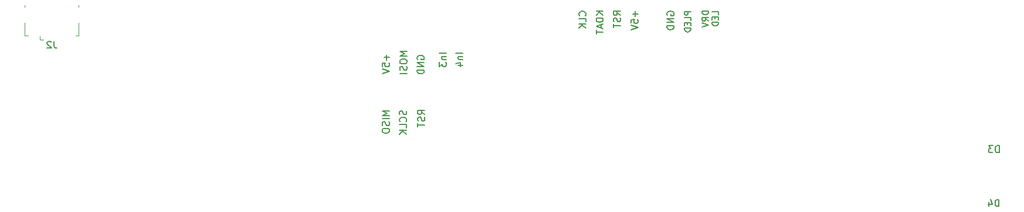
<source format=gbo>
%TF.GenerationSoftware,KiCad,Pcbnew,7.0.2-0*%
%TF.CreationDate,2023-12-20T15:00:36+01:00*%
%TF.ProjectId,A500KBMini,41353030-4b42-44d6-996e-692e6b696361,3*%
%TF.SameCoordinates,Original*%
%TF.FileFunction,Legend,Bot*%
%TF.FilePolarity,Positive*%
%FSLAX46Y46*%
G04 Gerber Fmt 4.6, Leading zero omitted, Abs format (unit mm)*
G04 Created by KiCad (PCBNEW 7.0.2-0) date 2023-12-20 15:00:36*
%MOMM*%
%LPD*%
G01*
G04 APERTURE LIST*
%ADD10C,0.150000*%
%ADD11C,0.120000*%
G04 APERTURE END LIST*
D10*
X371201019Y-229466972D02*
X370201019Y-229466972D01*
X370201019Y-229466972D02*
X370915304Y-229800305D01*
X370915304Y-229800305D02*
X370201019Y-230133638D01*
X370201019Y-230133638D02*
X371201019Y-230133638D01*
X370201019Y-230800305D02*
X370201019Y-230990781D01*
X370201019Y-230990781D02*
X370248638Y-231086019D01*
X370248638Y-231086019D02*
X370343876Y-231181257D01*
X370343876Y-231181257D02*
X370534352Y-231228876D01*
X370534352Y-231228876D02*
X370867685Y-231228876D01*
X370867685Y-231228876D02*
X371058161Y-231181257D01*
X371058161Y-231181257D02*
X371153400Y-231086019D01*
X371153400Y-231086019D02*
X371201019Y-230990781D01*
X371201019Y-230990781D02*
X371201019Y-230800305D01*
X371201019Y-230800305D02*
X371153400Y-230705067D01*
X371153400Y-230705067D02*
X371058161Y-230609829D01*
X371058161Y-230609829D02*
X370867685Y-230562210D01*
X370867685Y-230562210D02*
X370534352Y-230562210D01*
X370534352Y-230562210D02*
X370343876Y-230609829D01*
X370343876Y-230609829D02*
X370248638Y-230705067D01*
X370248638Y-230705067D02*
X370201019Y-230800305D01*
X371153400Y-231609829D02*
X371201019Y-231752686D01*
X371201019Y-231752686D02*
X371201019Y-231990781D01*
X371201019Y-231990781D02*
X371153400Y-232086019D01*
X371153400Y-232086019D02*
X371105780Y-232133638D01*
X371105780Y-232133638D02*
X371010542Y-232181257D01*
X371010542Y-232181257D02*
X370915304Y-232181257D01*
X370915304Y-232181257D02*
X370820066Y-232133638D01*
X370820066Y-232133638D02*
X370772447Y-232086019D01*
X370772447Y-232086019D02*
X370724828Y-231990781D01*
X370724828Y-231990781D02*
X370677209Y-231800305D01*
X370677209Y-231800305D02*
X370629590Y-231705067D01*
X370629590Y-231705067D02*
X370581971Y-231657448D01*
X370581971Y-231657448D02*
X370486733Y-231609829D01*
X370486733Y-231609829D02*
X370391495Y-231609829D01*
X370391495Y-231609829D02*
X370296257Y-231657448D01*
X370296257Y-231657448D02*
X370248638Y-231705067D01*
X370248638Y-231705067D02*
X370201019Y-231800305D01*
X370201019Y-231800305D02*
X370201019Y-232038400D01*
X370201019Y-232038400D02*
X370248638Y-232181257D01*
X371201019Y-232609829D02*
X370201019Y-232609829D01*
X368280066Y-229905086D02*
X368280066Y-230666991D01*
X368661019Y-230286038D02*
X367899114Y-230286038D01*
X367661019Y-231619371D02*
X367661019Y-231143181D01*
X367661019Y-231143181D02*
X368137209Y-231095562D01*
X368137209Y-231095562D02*
X368089590Y-231143181D01*
X368089590Y-231143181D02*
X368041971Y-231238419D01*
X368041971Y-231238419D02*
X368041971Y-231476514D01*
X368041971Y-231476514D02*
X368089590Y-231571752D01*
X368089590Y-231571752D02*
X368137209Y-231619371D01*
X368137209Y-231619371D02*
X368232447Y-231666990D01*
X368232447Y-231666990D02*
X368470542Y-231666990D01*
X368470542Y-231666990D02*
X368565780Y-231619371D01*
X368565780Y-231619371D02*
X368613400Y-231571752D01*
X368613400Y-231571752D02*
X368661019Y-231476514D01*
X368661019Y-231476514D02*
X368661019Y-231238419D01*
X368661019Y-231238419D02*
X368613400Y-231143181D01*
X368613400Y-231143181D02*
X368565780Y-231095562D01*
X367661019Y-231952705D02*
X368661019Y-232286038D01*
X368661019Y-232286038D02*
X367661019Y-232619371D01*
X372737838Y-230581295D02*
X372690219Y-230486057D01*
X372690219Y-230486057D02*
X372690219Y-230343200D01*
X372690219Y-230343200D02*
X372737838Y-230200343D01*
X372737838Y-230200343D02*
X372833076Y-230105105D01*
X372833076Y-230105105D02*
X372928314Y-230057486D01*
X372928314Y-230057486D02*
X373118790Y-230009867D01*
X373118790Y-230009867D02*
X373261647Y-230009867D01*
X373261647Y-230009867D02*
X373452123Y-230057486D01*
X373452123Y-230057486D02*
X373547361Y-230105105D01*
X373547361Y-230105105D02*
X373642600Y-230200343D01*
X373642600Y-230200343D02*
X373690219Y-230343200D01*
X373690219Y-230343200D02*
X373690219Y-230438438D01*
X373690219Y-230438438D02*
X373642600Y-230581295D01*
X373642600Y-230581295D02*
X373594980Y-230628914D01*
X373594980Y-230628914D02*
X373261647Y-230628914D01*
X373261647Y-230628914D02*
X373261647Y-230438438D01*
X373690219Y-231057486D02*
X372690219Y-231057486D01*
X372690219Y-231057486D02*
X373690219Y-231628914D01*
X373690219Y-231628914D02*
X372690219Y-231628914D01*
X373690219Y-232105105D02*
X372690219Y-232105105D01*
X372690219Y-232105105D02*
X372690219Y-232343200D01*
X372690219Y-232343200D02*
X372737838Y-232486057D01*
X372737838Y-232486057D02*
X372833076Y-232581295D01*
X372833076Y-232581295D02*
X372928314Y-232628914D01*
X372928314Y-232628914D02*
X373118790Y-232676533D01*
X373118790Y-232676533D02*
X373261647Y-232676533D01*
X373261647Y-232676533D02*
X373452123Y-232628914D01*
X373452123Y-232628914D02*
X373547361Y-232581295D01*
X373547361Y-232581295D02*
X373642600Y-232486057D01*
X373642600Y-232486057D02*
X373690219Y-232343200D01*
X373690219Y-232343200D02*
X373690219Y-232105105D01*
X373791819Y-238567980D02*
X373315628Y-238234647D01*
X373791819Y-237996552D02*
X372791819Y-237996552D01*
X372791819Y-237996552D02*
X372791819Y-238377504D01*
X372791819Y-238377504D02*
X372839438Y-238472742D01*
X372839438Y-238472742D02*
X372887057Y-238520361D01*
X372887057Y-238520361D02*
X372982295Y-238567980D01*
X372982295Y-238567980D02*
X373125152Y-238567980D01*
X373125152Y-238567980D02*
X373220390Y-238520361D01*
X373220390Y-238520361D02*
X373268009Y-238472742D01*
X373268009Y-238472742D02*
X373315628Y-238377504D01*
X373315628Y-238377504D02*
X373315628Y-237996552D01*
X373744200Y-238948933D02*
X373791819Y-239091790D01*
X373791819Y-239091790D02*
X373791819Y-239329885D01*
X373791819Y-239329885D02*
X373744200Y-239425123D01*
X373744200Y-239425123D02*
X373696580Y-239472742D01*
X373696580Y-239472742D02*
X373601342Y-239520361D01*
X373601342Y-239520361D02*
X373506104Y-239520361D01*
X373506104Y-239520361D02*
X373410866Y-239472742D01*
X373410866Y-239472742D02*
X373363247Y-239425123D01*
X373363247Y-239425123D02*
X373315628Y-239329885D01*
X373315628Y-239329885D02*
X373268009Y-239139409D01*
X373268009Y-239139409D02*
X373220390Y-239044171D01*
X373220390Y-239044171D02*
X373172771Y-238996552D01*
X373172771Y-238996552D02*
X373077533Y-238948933D01*
X373077533Y-238948933D02*
X372982295Y-238948933D01*
X372982295Y-238948933D02*
X372887057Y-238996552D01*
X372887057Y-238996552D02*
X372839438Y-239044171D01*
X372839438Y-239044171D02*
X372791819Y-239139409D01*
X372791819Y-239139409D02*
X372791819Y-239377504D01*
X372791819Y-239377504D02*
X372839438Y-239520361D01*
X372791819Y-239806076D02*
X372791819Y-240377504D01*
X373791819Y-240091790D02*
X372791819Y-240091790D01*
X371102600Y-238034724D02*
X371150219Y-238177581D01*
X371150219Y-238177581D02*
X371150219Y-238415676D01*
X371150219Y-238415676D02*
X371102600Y-238510914D01*
X371102600Y-238510914D02*
X371054980Y-238558533D01*
X371054980Y-238558533D02*
X370959742Y-238606152D01*
X370959742Y-238606152D02*
X370864504Y-238606152D01*
X370864504Y-238606152D02*
X370769266Y-238558533D01*
X370769266Y-238558533D02*
X370721647Y-238510914D01*
X370721647Y-238510914D02*
X370674028Y-238415676D01*
X370674028Y-238415676D02*
X370626409Y-238225200D01*
X370626409Y-238225200D02*
X370578790Y-238129962D01*
X370578790Y-238129962D02*
X370531171Y-238082343D01*
X370531171Y-238082343D02*
X370435933Y-238034724D01*
X370435933Y-238034724D02*
X370340695Y-238034724D01*
X370340695Y-238034724D02*
X370245457Y-238082343D01*
X370245457Y-238082343D02*
X370197838Y-238129962D01*
X370197838Y-238129962D02*
X370150219Y-238225200D01*
X370150219Y-238225200D02*
X370150219Y-238463295D01*
X370150219Y-238463295D02*
X370197838Y-238606152D01*
X371054980Y-239606152D02*
X371102600Y-239558533D01*
X371102600Y-239558533D02*
X371150219Y-239415676D01*
X371150219Y-239415676D02*
X371150219Y-239320438D01*
X371150219Y-239320438D02*
X371102600Y-239177581D01*
X371102600Y-239177581D02*
X371007361Y-239082343D01*
X371007361Y-239082343D02*
X370912123Y-239034724D01*
X370912123Y-239034724D02*
X370721647Y-238987105D01*
X370721647Y-238987105D02*
X370578790Y-238987105D01*
X370578790Y-238987105D02*
X370388314Y-239034724D01*
X370388314Y-239034724D02*
X370293076Y-239082343D01*
X370293076Y-239082343D02*
X370197838Y-239177581D01*
X370197838Y-239177581D02*
X370150219Y-239320438D01*
X370150219Y-239320438D02*
X370150219Y-239415676D01*
X370150219Y-239415676D02*
X370197838Y-239558533D01*
X370197838Y-239558533D02*
X370245457Y-239606152D01*
X371150219Y-240510914D02*
X371150219Y-240034724D01*
X371150219Y-240034724D02*
X370150219Y-240034724D01*
X371150219Y-240844248D02*
X370150219Y-240844248D01*
X371150219Y-241415676D02*
X370578790Y-240987105D01*
X370150219Y-241415676D02*
X370721647Y-240844248D01*
X368661019Y-238052172D02*
X367661019Y-238052172D01*
X367661019Y-238052172D02*
X368375304Y-238385505D01*
X368375304Y-238385505D02*
X367661019Y-238718838D01*
X367661019Y-238718838D02*
X368661019Y-238718838D01*
X368661019Y-239195029D02*
X367661019Y-239195029D01*
X368613400Y-239623600D02*
X368661019Y-239766457D01*
X368661019Y-239766457D02*
X368661019Y-240004552D01*
X368661019Y-240004552D02*
X368613400Y-240099790D01*
X368613400Y-240099790D02*
X368565780Y-240147409D01*
X368565780Y-240147409D02*
X368470542Y-240195028D01*
X368470542Y-240195028D02*
X368375304Y-240195028D01*
X368375304Y-240195028D02*
X368280066Y-240147409D01*
X368280066Y-240147409D02*
X368232447Y-240099790D01*
X368232447Y-240099790D02*
X368184828Y-240004552D01*
X368184828Y-240004552D02*
X368137209Y-239814076D01*
X368137209Y-239814076D02*
X368089590Y-239718838D01*
X368089590Y-239718838D02*
X368041971Y-239671219D01*
X368041971Y-239671219D02*
X367946733Y-239623600D01*
X367946733Y-239623600D02*
X367851495Y-239623600D01*
X367851495Y-239623600D02*
X367756257Y-239671219D01*
X367756257Y-239671219D02*
X367708638Y-239718838D01*
X367708638Y-239718838D02*
X367661019Y-239814076D01*
X367661019Y-239814076D02*
X367661019Y-240052171D01*
X367661019Y-240052171D02*
X367708638Y-240195028D01*
X367661019Y-240814076D02*
X367661019Y-241004552D01*
X367661019Y-241004552D02*
X367708638Y-241099790D01*
X367708638Y-241099790D02*
X367803876Y-241195028D01*
X367803876Y-241195028D02*
X367994352Y-241242647D01*
X367994352Y-241242647D02*
X368327685Y-241242647D01*
X368327685Y-241242647D02*
X368518161Y-241195028D01*
X368518161Y-241195028D02*
X368613400Y-241099790D01*
X368613400Y-241099790D02*
X368661019Y-241004552D01*
X368661019Y-241004552D02*
X368661019Y-240814076D01*
X368661019Y-240814076D02*
X368613400Y-240718838D01*
X368613400Y-240718838D02*
X368518161Y-240623600D01*
X368518161Y-240623600D02*
X368327685Y-240575981D01*
X368327685Y-240575981D02*
X367994352Y-240575981D01*
X367994352Y-240575981D02*
X367803876Y-240623600D01*
X367803876Y-240623600D02*
X367708638Y-240718838D01*
X367708638Y-240718838D02*
X367661019Y-240814076D01*
X414723357Y-223616971D02*
X413823357Y-223616971D01*
X413823357Y-223616971D02*
X413823357Y-223831257D01*
X413823357Y-223831257D02*
X413866214Y-223959828D01*
X413866214Y-223959828D02*
X413951928Y-224045543D01*
X413951928Y-224045543D02*
X414037642Y-224088400D01*
X414037642Y-224088400D02*
X414209071Y-224131257D01*
X414209071Y-224131257D02*
X414337642Y-224131257D01*
X414337642Y-224131257D02*
X414509071Y-224088400D01*
X414509071Y-224088400D02*
X414594785Y-224045543D01*
X414594785Y-224045543D02*
X414680500Y-223959828D01*
X414680500Y-223959828D02*
X414723357Y-223831257D01*
X414723357Y-223831257D02*
X414723357Y-223616971D01*
X414723357Y-225031257D02*
X414294785Y-224731257D01*
X414723357Y-224516971D02*
X413823357Y-224516971D01*
X413823357Y-224516971D02*
X413823357Y-224859828D01*
X413823357Y-224859828D02*
X413866214Y-224945543D01*
X413866214Y-224945543D02*
X413909071Y-224988400D01*
X413909071Y-224988400D02*
X413994785Y-225031257D01*
X413994785Y-225031257D02*
X414123357Y-225031257D01*
X414123357Y-225031257D02*
X414209071Y-224988400D01*
X414209071Y-224988400D02*
X414251928Y-224945543D01*
X414251928Y-224945543D02*
X414294785Y-224859828D01*
X414294785Y-224859828D02*
X414294785Y-224516971D01*
X413823357Y-225288400D02*
X414723357Y-225588400D01*
X414723357Y-225588400D02*
X413823357Y-225888400D01*
X416181357Y-224109829D02*
X416181357Y-223681257D01*
X416181357Y-223681257D02*
X415281357Y-223681257D01*
X415709928Y-224409828D02*
X415709928Y-224709828D01*
X416181357Y-224838400D02*
X416181357Y-224409828D01*
X416181357Y-224409828D02*
X415281357Y-224409828D01*
X415281357Y-224409828D02*
X415281357Y-224838400D01*
X416181357Y-225224114D02*
X415281357Y-225224114D01*
X415281357Y-225224114D02*
X415281357Y-225438400D01*
X415281357Y-225438400D02*
X415324214Y-225566971D01*
X415324214Y-225566971D02*
X415409928Y-225652686D01*
X415409928Y-225652686D02*
X415495642Y-225695543D01*
X415495642Y-225695543D02*
X415667071Y-225738400D01*
X415667071Y-225738400D02*
X415795642Y-225738400D01*
X415795642Y-225738400D02*
X415967071Y-225695543D01*
X415967071Y-225695543D02*
X416052785Y-225652686D01*
X416052785Y-225652686D02*
X416138500Y-225566971D01*
X416138500Y-225566971D02*
X416181357Y-225438400D01*
X416181357Y-225438400D02*
X416181357Y-225224114D01*
X412201157Y-223637657D02*
X411301157Y-223637657D01*
X411301157Y-223637657D02*
X411301157Y-223980514D01*
X411301157Y-223980514D02*
X411344014Y-224066229D01*
X411344014Y-224066229D02*
X411386871Y-224109086D01*
X411386871Y-224109086D02*
X411472585Y-224151943D01*
X411472585Y-224151943D02*
X411601157Y-224151943D01*
X411601157Y-224151943D02*
X411686871Y-224109086D01*
X411686871Y-224109086D02*
X411729728Y-224066229D01*
X411729728Y-224066229D02*
X411772585Y-223980514D01*
X411772585Y-223980514D02*
X411772585Y-223637657D01*
X412201157Y-224966229D02*
X412201157Y-224537657D01*
X412201157Y-224537657D02*
X411301157Y-224537657D01*
X411729728Y-225266228D02*
X411729728Y-225566228D01*
X412201157Y-225694800D02*
X412201157Y-225266228D01*
X412201157Y-225266228D02*
X411301157Y-225266228D01*
X411301157Y-225266228D02*
X411301157Y-225694800D01*
X412201157Y-226080514D02*
X411301157Y-226080514D01*
X411301157Y-226080514D02*
X411301157Y-226294800D01*
X411301157Y-226294800D02*
X411344014Y-226423371D01*
X411344014Y-226423371D02*
X411429728Y-226509086D01*
X411429728Y-226509086D02*
X411515442Y-226551943D01*
X411515442Y-226551943D02*
X411686871Y-226594800D01*
X411686871Y-226594800D02*
X411815442Y-226594800D01*
X411815442Y-226594800D02*
X411986871Y-226551943D01*
X411986871Y-226551943D02*
X412072585Y-226509086D01*
X412072585Y-226509086D02*
X412158300Y-226423371D01*
X412158300Y-226423371D02*
X412201157Y-226294800D01*
X412201157Y-226294800D02*
X412201157Y-226080514D01*
X408805838Y-224180495D02*
X408758219Y-224085257D01*
X408758219Y-224085257D02*
X408758219Y-223942400D01*
X408758219Y-223942400D02*
X408805838Y-223799543D01*
X408805838Y-223799543D02*
X408901076Y-223704305D01*
X408901076Y-223704305D02*
X408996314Y-223656686D01*
X408996314Y-223656686D02*
X409186790Y-223609067D01*
X409186790Y-223609067D02*
X409329647Y-223609067D01*
X409329647Y-223609067D02*
X409520123Y-223656686D01*
X409520123Y-223656686D02*
X409615361Y-223704305D01*
X409615361Y-223704305D02*
X409710600Y-223799543D01*
X409710600Y-223799543D02*
X409758219Y-223942400D01*
X409758219Y-223942400D02*
X409758219Y-224037638D01*
X409758219Y-224037638D02*
X409710600Y-224180495D01*
X409710600Y-224180495D02*
X409662980Y-224228114D01*
X409662980Y-224228114D02*
X409329647Y-224228114D01*
X409329647Y-224228114D02*
X409329647Y-224037638D01*
X409758219Y-224656686D02*
X408758219Y-224656686D01*
X408758219Y-224656686D02*
X409758219Y-225228114D01*
X409758219Y-225228114D02*
X408758219Y-225228114D01*
X409758219Y-225704305D02*
X408758219Y-225704305D01*
X408758219Y-225704305D02*
X408758219Y-225942400D01*
X408758219Y-225942400D02*
X408805838Y-226085257D01*
X408805838Y-226085257D02*
X408901076Y-226180495D01*
X408901076Y-226180495D02*
X408996314Y-226228114D01*
X408996314Y-226228114D02*
X409186790Y-226275733D01*
X409186790Y-226275733D02*
X409329647Y-226275733D01*
X409329647Y-226275733D02*
X409520123Y-226228114D01*
X409520123Y-226228114D02*
X409615361Y-226180495D01*
X409615361Y-226180495D02*
X409710600Y-226085257D01*
X409710600Y-226085257D02*
X409758219Y-225942400D01*
X409758219Y-225942400D02*
X409758219Y-225704305D01*
X404195666Y-223605886D02*
X404195666Y-224367791D01*
X404576619Y-223986838D02*
X403814714Y-223986838D01*
X403576619Y-225320171D02*
X403576619Y-224843981D01*
X403576619Y-224843981D02*
X404052809Y-224796362D01*
X404052809Y-224796362D02*
X404005190Y-224843981D01*
X404005190Y-224843981D02*
X403957571Y-224939219D01*
X403957571Y-224939219D02*
X403957571Y-225177314D01*
X403957571Y-225177314D02*
X404005190Y-225272552D01*
X404005190Y-225272552D02*
X404052809Y-225320171D01*
X404052809Y-225320171D02*
X404148047Y-225367790D01*
X404148047Y-225367790D02*
X404386142Y-225367790D01*
X404386142Y-225367790D02*
X404481380Y-225320171D01*
X404481380Y-225320171D02*
X404529000Y-225272552D01*
X404529000Y-225272552D02*
X404576619Y-225177314D01*
X404576619Y-225177314D02*
X404576619Y-224939219D01*
X404576619Y-224939219D02*
X404529000Y-224843981D01*
X404529000Y-224843981D02*
X404481380Y-224796362D01*
X403576619Y-225653505D02*
X404576619Y-225986838D01*
X404576619Y-225986838D02*
X403576619Y-226320171D01*
X402036619Y-224191580D02*
X401560428Y-223858247D01*
X402036619Y-223620152D02*
X401036619Y-223620152D01*
X401036619Y-223620152D02*
X401036619Y-224001104D01*
X401036619Y-224001104D02*
X401084238Y-224096342D01*
X401084238Y-224096342D02*
X401131857Y-224143961D01*
X401131857Y-224143961D02*
X401227095Y-224191580D01*
X401227095Y-224191580D02*
X401369952Y-224191580D01*
X401369952Y-224191580D02*
X401465190Y-224143961D01*
X401465190Y-224143961D02*
X401512809Y-224096342D01*
X401512809Y-224096342D02*
X401560428Y-224001104D01*
X401560428Y-224001104D02*
X401560428Y-223620152D01*
X401989000Y-224572533D02*
X402036619Y-224715390D01*
X402036619Y-224715390D02*
X402036619Y-224953485D01*
X402036619Y-224953485D02*
X401989000Y-225048723D01*
X401989000Y-225048723D02*
X401941380Y-225096342D01*
X401941380Y-225096342D02*
X401846142Y-225143961D01*
X401846142Y-225143961D02*
X401750904Y-225143961D01*
X401750904Y-225143961D02*
X401655666Y-225096342D01*
X401655666Y-225096342D02*
X401608047Y-225048723D01*
X401608047Y-225048723D02*
X401560428Y-224953485D01*
X401560428Y-224953485D02*
X401512809Y-224763009D01*
X401512809Y-224763009D02*
X401465190Y-224667771D01*
X401465190Y-224667771D02*
X401417571Y-224620152D01*
X401417571Y-224620152D02*
X401322333Y-224572533D01*
X401322333Y-224572533D02*
X401227095Y-224572533D01*
X401227095Y-224572533D02*
X401131857Y-224620152D01*
X401131857Y-224620152D02*
X401084238Y-224667771D01*
X401084238Y-224667771D02*
X401036619Y-224763009D01*
X401036619Y-224763009D02*
X401036619Y-225001104D01*
X401036619Y-225001104D02*
X401084238Y-225143961D01*
X401036619Y-225429676D02*
X401036619Y-226001104D01*
X402036619Y-225715390D02*
X401036619Y-225715390D01*
X399547419Y-223624971D02*
X398547419Y-223624971D01*
X399547419Y-224196399D02*
X398975990Y-223767828D01*
X398547419Y-224196399D02*
X399118847Y-223624971D01*
X399547419Y-224624971D02*
X398547419Y-224624971D01*
X398547419Y-224624971D02*
X398547419Y-224863066D01*
X398547419Y-224863066D02*
X398595038Y-225005923D01*
X398595038Y-225005923D02*
X398690276Y-225101161D01*
X398690276Y-225101161D02*
X398785514Y-225148780D01*
X398785514Y-225148780D02*
X398975990Y-225196399D01*
X398975990Y-225196399D02*
X399118847Y-225196399D01*
X399118847Y-225196399D02*
X399309323Y-225148780D01*
X399309323Y-225148780D02*
X399404561Y-225101161D01*
X399404561Y-225101161D02*
X399499800Y-225005923D01*
X399499800Y-225005923D02*
X399547419Y-224863066D01*
X399547419Y-224863066D02*
X399547419Y-224624971D01*
X399261704Y-225577352D02*
X399261704Y-226053542D01*
X399547419Y-225482114D02*
X398547419Y-225815447D01*
X398547419Y-225815447D02*
X399547419Y-226148780D01*
X398547419Y-226339257D02*
X398547419Y-226910685D01*
X399547419Y-226624971D02*
X398547419Y-226624971D01*
X396962980Y-224245561D02*
X397010600Y-224197942D01*
X397010600Y-224197942D02*
X397058219Y-224055085D01*
X397058219Y-224055085D02*
X397058219Y-223959847D01*
X397058219Y-223959847D02*
X397010600Y-223816990D01*
X397010600Y-223816990D02*
X396915361Y-223721752D01*
X396915361Y-223721752D02*
X396820123Y-223674133D01*
X396820123Y-223674133D02*
X396629647Y-223626514D01*
X396629647Y-223626514D02*
X396486790Y-223626514D01*
X396486790Y-223626514D02*
X396296314Y-223674133D01*
X396296314Y-223674133D02*
X396201076Y-223721752D01*
X396201076Y-223721752D02*
X396105838Y-223816990D01*
X396105838Y-223816990D02*
X396058219Y-223959847D01*
X396058219Y-223959847D02*
X396058219Y-224055085D01*
X396058219Y-224055085D02*
X396105838Y-224197942D01*
X396105838Y-224197942D02*
X396153457Y-224245561D01*
X397058219Y-225150323D02*
X397058219Y-224674133D01*
X397058219Y-224674133D02*
X396058219Y-224674133D01*
X397058219Y-225483657D02*
X396058219Y-225483657D01*
X397058219Y-226055085D02*
X396486790Y-225626514D01*
X396058219Y-226055085D02*
X396629647Y-225483657D01*
X379265519Y-229678029D02*
X378265519Y-229678029D01*
X378598852Y-230154219D02*
X379265519Y-230154219D01*
X378694090Y-230154219D02*
X378646471Y-230201838D01*
X378646471Y-230201838D02*
X378598852Y-230297076D01*
X378598852Y-230297076D02*
X378598852Y-230439933D01*
X378598852Y-230439933D02*
X378646471Y-230535171D01*
X378646471Y-230535171D02*
X378741709Y-230582790D01*
X378741709Y-230582790D02*
X379265519Y-230582790D01*
X378598852Y-231487552D02*
X379265519Y-231487552D01*
X378217900Y-231249457D02*
X378932185Y-231011362D01*
X378932185Y-231011362D02*
X378932185Y-231630409D01*
X376888079Y-229705969D02*
X375888079Y-229705969D01*
X376221412Y-230182159D02*
X376888079Y-230182159D01*
X376316650Y-230182159D02*
X376269031Y-230229778D01*
X376269031Y-230229778D02*
X376221412Y-230325016D01*
X376221412Y-230325016D02*
X376221412Y-230467873D01*
X376221412Y-230467873D02*
X376269031Y-230563111D01*
X376269031Y-230563111D02*
X376364269Y-230610730D01*
X376364269Y-230610730D02*
X376888079Y-230610730D01*
X375888079Y-230991683D02*
X375888079Y-231610730D01*
X375888079Y-231610730D02*
X376269031Y-231277397D01*
X376269031Y-231277397D02*
X376269031Y-231420254D01*
X376269031Y-231420254D02*
X376316650Y-231515492D01*
X376316650Y-231515492D02*
X376364269Y-231563111D01*
X376364269Y-231563111D02*
X376459507Y-231610730D01*
X376459507Y-231610730D02*
X376697602Y-231610730D01*
X376697602Y-231610730D02*
X376792840Y-231563111D01*
X376792840Y-231563111D02*
X376840460Y-231515492D01*
X376840460Y-231515492D02*
X376888079Y-231420254D01*
X376888079Y-231420254D02*
X376888079Y-231134540D01*
X376888079Y-231134540D02*
X376840460Y-231039302D01*
X376840460Y-231039302D02*
X376792840Y-230991683D01*
%TO.C,J2*%
X320283333Y-227962619D02*
X320283333Y-228676904D01*
X320283333Y-228676904D02*
X320330952Y-228819761D01*
X320330952Y-228819761D02*
X320426190Y-228915000D01*
X320426190Y-228915000D02*
X320569047Y-228962619D01*
X320569047Y-228962619D02*
X320664285Y-228962619D01*
X319854761Y-228057857D02*
X319807142Y-228010238D01*
X319807142Y-228010238D02*
X319711904Y-227962619D01*
X319711904Y-227962619D02*
X319473809Y-227962619D01*
X319473809Y-227962619D02*
X319378571Y-228010238D01*
X319378571Y-228010238D02*
X319330952Y-228057857D01*
X319330952Y-228057857D02*
X319283333Y-228153095D01*
X319283333Y-228153095D02*
X319283333Y-228248333D01*
X319283333Y-228248333D02*
X319330952Y-228391190D01*
X319330952Y-228391190D02*
X319902380Y-228962619D01*
X319902380Y-228962619D02*
X319283333Y-228962619D01*
%TO.C,D4*%
X456681494Y-251906019D02*
X456681494Y-250906019D01*
X456681494Y-250906019D02*
X456443399Y-250906019D01*
X456443399Y-250906019D02*
X456300542Y-250953638D01*
X456300542Y-250953638D02*
X456205304Y-251048876D01*
X456205304Y-251048876D02*
X456157685Y-251144114D01*
X456157685Y-251144114D02*
X456110066Y-251334590D01*
X456110066Y-251334590D02*
X456110066Y-251477447D01*
X456110066Y-251477447D02*
X456157685Y-251667923D01*
X456157685Y-251667923D02*
X456205304Y-251763161D01*
X456205304Y-251763161D02*
X456300542Y-251858400D01*
X456300542Y-251858400D02*
X456443399Y-251906019D01*
X456443399Y-251906019D02*
X456681494Y-251906019D01*
X455252923Y-251239352D02*
X455252923Y-251906019D01*
X455491018Y-250858400D02*
X455729113Y-251572685D01*
X455729113Y-251572685D02*
X455110066Y-251572685D01*
%TO.C,D3*%
X456701334Y-244095519D02*
X456701334Y-243095519D01*
X456701334Y-243095519D02*
X456463239Y-243095519D01*
X456463239Y-243095519D02*
X456320382Y-243143138D01*
X456320382Y-243143138D02*
X456225144Y-243238376D01*
X456225144Y-243238376D02*
X456177525Y-243333614D01*
X456177525Y-243333614D02*
X456129906Y-243524090D01*
X456129906Y-243524090D02*
X456129906Y-243666947D01*
X456129906Y-243666947D02*
X456177525Y-243857423D01*
X456177525Y-243857423D02*
X456225144Y-243952661D01*
X456225144Y-243952661D02*
X456320382Y-244047900D01*
X456320382Y-244047900D02*
X456463239Y-244095519D01*
X456463239Y-244095519D02*
X456701334Y-244095519D01*
X455796572Y-243095519D02*
X455177525Y-243095519D01*
X455177525Y-243095519D02*
X455510858Y-243476471D01*
X455510858Y-243476471D02*
X455368001Y-243476471D01*
X455368001Y-243476471D02*
X455272763Y-243524090D01*
X455272763Y-243524090D02*
X455225144Y-243571709D01*
X455225144Y-243571709D02*
X455177525Y-243666947D01*
X455177525Y-243666947D02*
X455177525Y-243905042D01*
X455177525Y-243905042D02*
X455225144Y-244000280D01*
X455225144Y-244000280D02*
X455272763Y-244047900D01*
X455272763Y-244047900D02*
X455368001Y-244095519D01*
X455368001Y-244095519D02*
X455653715Y-244095519D01*
X455653715Y-244095519D02*
X455748953Y-244047900D01*
X455748953Y-244047900D02*
X455796572Y-244000280D01*
D11*
%TO.C,J2*%
X318250000Y-227700000D02*
X318250000Y-227250000D01*
X318250000Y-227700000D02*
X318700000Y-227700000D01*
X323850000Y-227150000D02*
X323400000Y-227150000D01*
X323850000Y-225300000D02*
X323850000Y-227150000D01*
X316050000Y-222750000D02*
X316050000Y-223000000D01*
X323850000Y-222750000D02*
X323850000Y-223000000D01*
X316050000Y-225300000D02*
X316050000Y-227150000D01*
X316050000Y-227150000D02*
X316500000Y-227150000D01*
%TD*%
M02*

</source>
